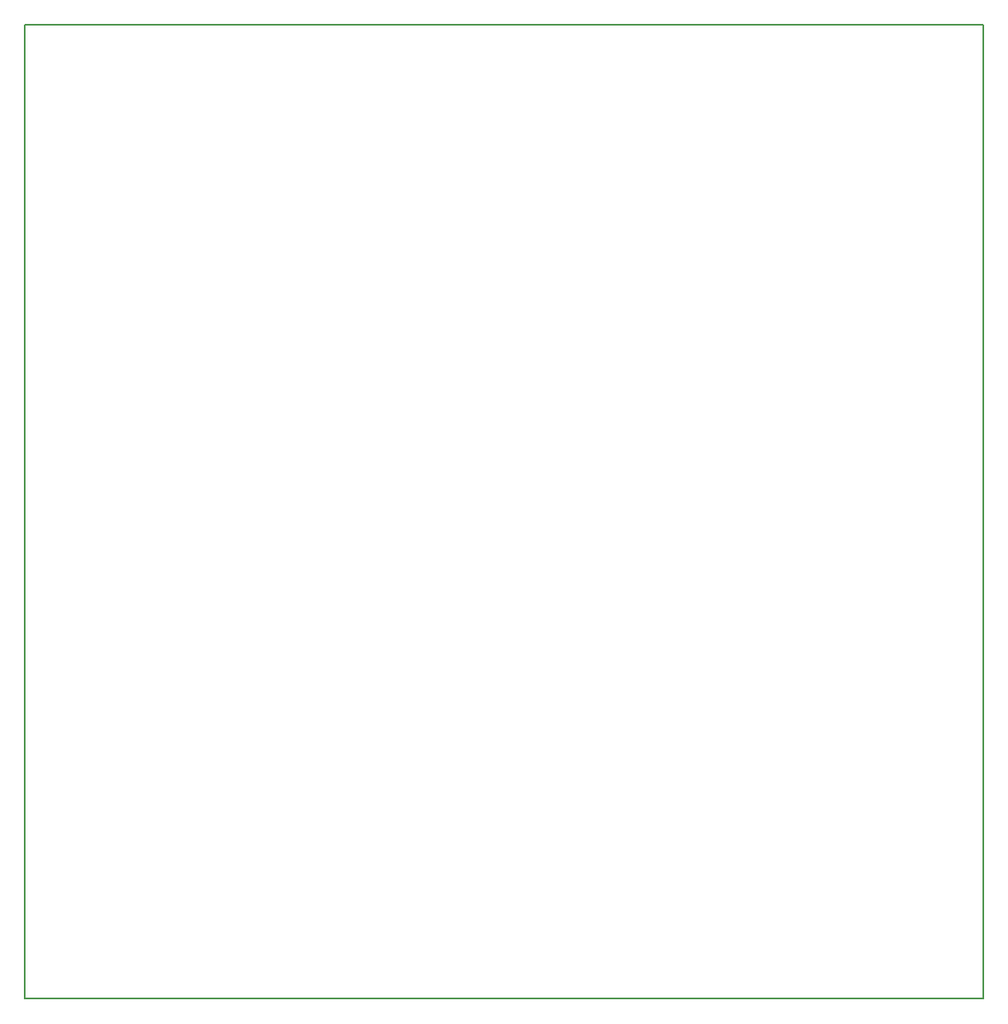
<source format=gbr>
%TF.GenerationSoftware,KiCad,Pcbnew,(6.0.1)*%
%TF.CreationDate,2022-03-07T20:17:15-06:00*%
%TF.ProjectId,power_board,706f7765-725f-4626-9f61-72642e6b6963,rev?*%
%TF.SameCoordinates,Original*%
%TF.FileFunction,Profile,NP*%
%FSLAX46Y46*%
G04 Gerber Fmt 4.6, Leading zero omitted, Abs format (unit mm)*
G04 Created by KiCad (PCBNEW (6.0.1)) date 2022-03-07 20:17:15*
%MOMM*%
%LPD*%
G01*
G04 APERTURE LIST*
%TA.AperFunction,Profile*%
%ADD10C,0.200000*%
%TD*%
G04 APERTURE END LIST*
D10*
X187000000Y-52000000D02*
X88600000Y-52000000D01*
X88600000Y-52000000D02*
X88600000Y-152000000D01*
X88600000Y-152000000D02*
X187000000Y-152000000D01*
X187000000Y-152000000D02*
X187000000Y-52000000D01*
M02*

</source>
